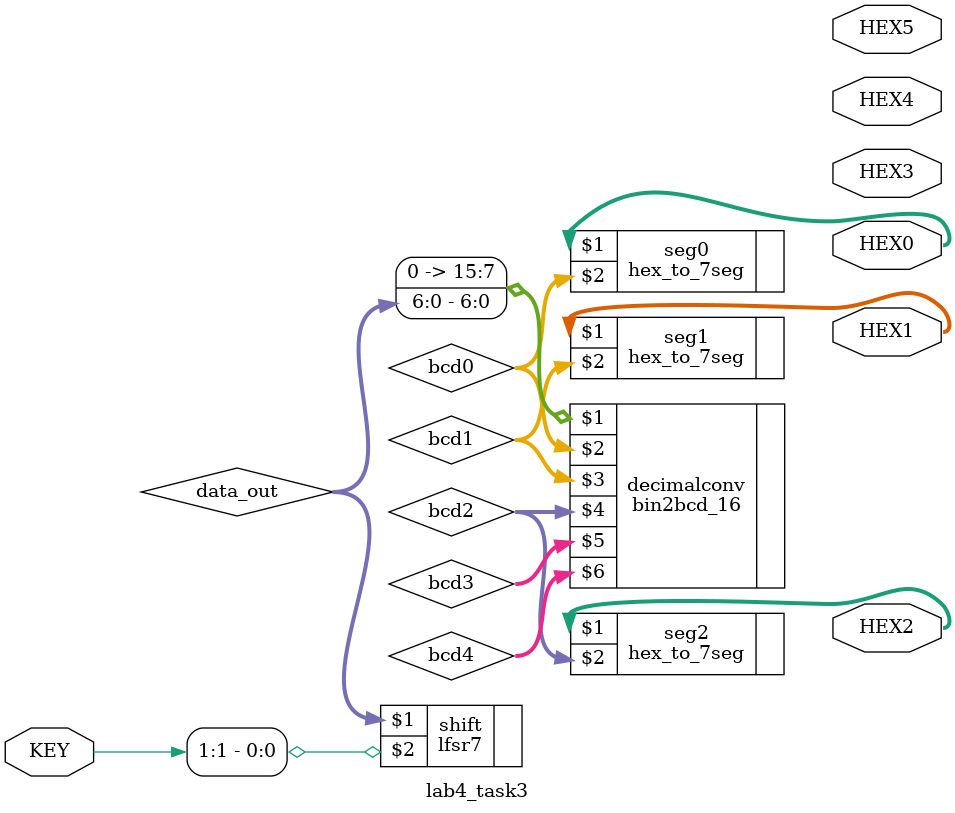
<source format=v>
module lab4_task3(HEX0,HEX1,HEX2,HEX3,HEX4,HEX5, KEY); 
output [6:0] HEX0;
output [6:0] HEX1; 
output [6:0] HEX2; 
output [6:0] HEX3;
output [6:0] HEX4;
output [6:0] HEX5;
input [1:0] KEY;
wire [6:0] data_out;
wire [3:0] bcd0;
wire [3:0] bcd1;
wire [3:0] bcd2;
wire [3:0] bcd3;
wire [3:0] bcd4;


lfsr7 shift(data_out, KEY[1]); 
bin2bcd_16 decimalconv({9'b00000000,data_out}, bcd0, bcd1, bcd2, bcd3, bcd4);
hex_to_7seg seg0(HEX0, bcd0); 
hex_to_7seg seg1(HEX1, bcd1); 
hex_to_7seg seg2(HEX2, bcd2);
endmodule 



</source>
